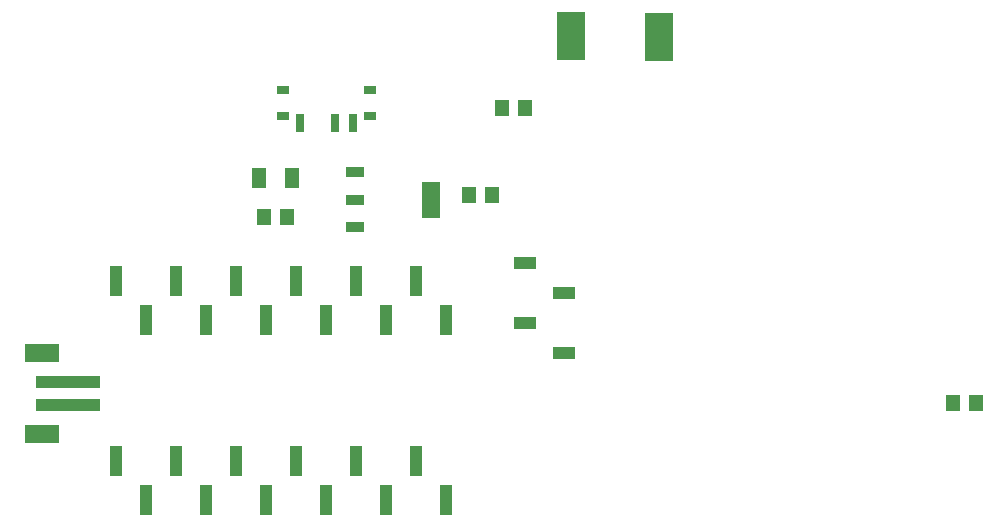
<source format=gbr>
G04 #@! TF.GenerationSoftware,KiCad,Pcbnew,5.0.2-bee76a0~70~ubuntu18.04.1*
G04 #@! TF.CreationDate,2019-01-13T17:19:06+01:00*
G04 #@! TF.ProjectId,lora_node_rfm95_minipro,6c6f7261-5f6e-46f6-9465-5f72666d3935,rev?*
G04 #@! TF.SameCoordinates,Original*
G04 #@! TF.FileFunction,Paste,Bot*
G04 #@! TF.FilePolarity,Positive*
%FSLAX46Y46*%
G04 Gerber Fmt 4.6, Leading zero omitted, Abs format (unit mm)*
G04 Created by KiCad (PCBNEW 5.0.2-bee76a0~70~ubuntu18.04.1) date dom 13 ene 2019 17:19:06 CET*
%MOMM*%
%LPD*%
G01*
G04 APERTURE LIST*
%ADD10R,2.420000X4.080000*%
%ADD11R,1.600200X0.838200*%
%ADD12R,1.600200X3.098800*%
%ADD13R,1.900000X1.000000*%
%ADD14R,1.000000X2.510000*%
%ADD15R,1.295000X1.400000*%
%ADD16R,1.220000X1.800000*%
%ADD17R,0.700000X1.500000*%
%ADD18R,1.000000X0.800000*%
%ADD19R,5.500000X1.000000*%
%ADD20R,3.000000X1.600000*%
G04 APERTURE END LIST*
D10*
G04 #@! TO.C,J2*
X153142800Y-70792800D03*
X145702800Y-70772800D03*
G04 #@! TD*
D11*
G04 #@! TO.C,U2*
X127399600Y-86911400D03*
X127399600Y-84600000D03*
X127399600Y-82288600D03*
D12*
X133800400Y-84600000D03*
G04 #@! TD*
D13*
G04 #@! TO.C,J3*
X145109200Y-92506800D03*
X145109200Y-97586800D03*
X141809200Y-89966800D03*
X141809200Y-95046800D03*
G04 #@! TD*
D14*
G04 #@! TO.C,IC1*
X107133441Y-91519098D03*
X112213441Y-91519098D03*
X117293441Y-91519098D03*
X122373441Y-91519098D03*
X127453441Y-91519098D03*
X132533441Y-91519098D03*
X109673441Y-94829098D03*
X114753441Y-94829098D03*
X119833441Y-94829098D03*
X124913441Y-94829098D03*
X129993441Y-94829098D03*
X135073441Y-94829098D03*
X135046400Y-109995400D03*
X129966400Y-109995400D03*
X124886400Y-109995400D03*
X119806400Y-109995400D03*
X114726400Y-109995400D03*
X109646400Y-109995400D03*
X132506400Y-106685400D03*
X127426400Y-106685400D03*
X122346400Y-106685400D03*
X117266400Y-106685400D03*
X112186400Y-106685400D03*
X107106400Y-106685400D03*
G04 #@! TD*
D15*
G04 #@! TO.C,C1*
X121617500Y-86106000D03*
X119682500Y-86106000D03*
G04 #@! TD*
G04 #@! TO.C,C3*
X137032500Y-84200000D03*
X138967500Y-84200000D03*
G04 #@! TD*
D16*
G04 #@! TO.C,D1*
X122080000Y-82804000D03*
X119220000Y-82804000D03*
G04 #@! TD*
D17*
G04 #@! TO.C,SW1*
X122718000Y-78138000D03*
X125718000Y-78138000D03*
X127218000Y-78138000D03*
D18*
X121318000Y-75278000D03*
X128618000Y-75278000D03*
X128618000Y-77488000D03*
X121318000Y-77488000D03*
G04 #@! TD*
D19*
G04 #@! TO.C,J1*
X103100000Y-100000000D03*
X103100000Y-102000000D03*
D20*
X100850000Y-97600000D03*
X100850000Y-104400000D03*
G04 #@! TD*
D15*
G04 #@! TO.C,R1*
X178032500Y-101800000D03*
X179967500Y-101800000D03*
G04 #@! TD*
G04 #@! TO.C,R2*
X139832500Y-76800000D03*
X141767500Y-76800000D03*
G04 #@! TD*
M02*

</source>
